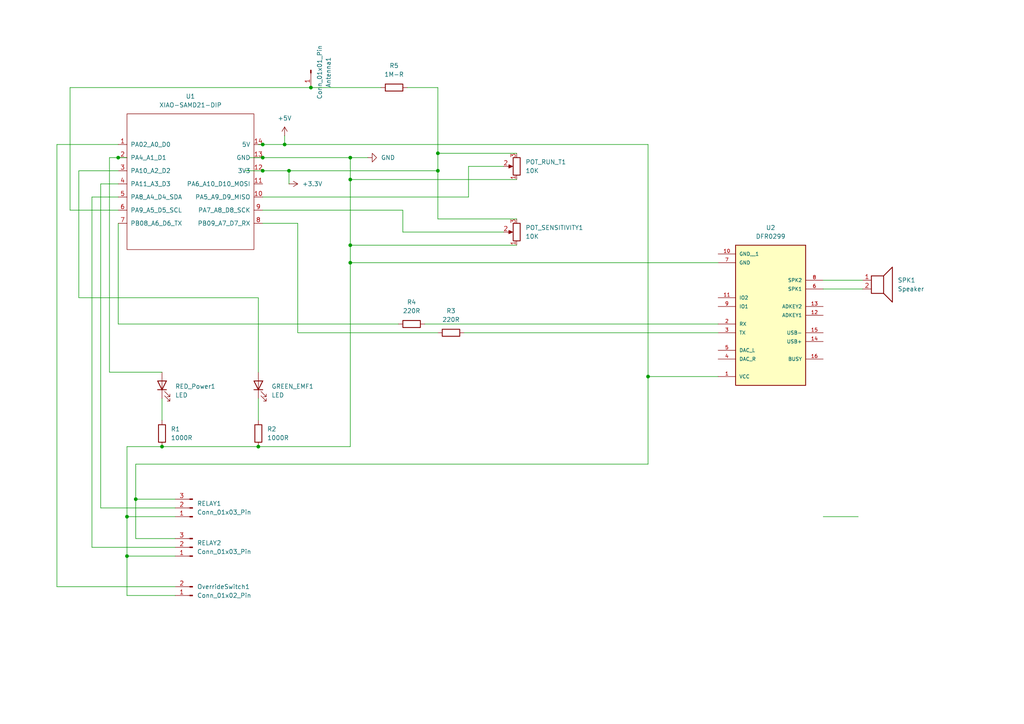
<source format=kicad_sch>
(kicad_sch (version 20250114) (generator "eeschema") (generator_version "9.0")
  (paper "A4")
  (title_block (rev "V2"))
  (lib_symbols
    (symbol "Connector:Conn_01x01_Pin" (pin_names (offset 1.016) (hide yes))
      (property "Reference" "J" (at 0 2.54 0))
      (property "Value" "Conn_01x01_Pin" (at 0 -2.54 0))
      (symbol "Conn_01x01_Pin_1_1"
        (rectangle (start 0.8636 0.127) (end 0 -0.127) (stroke (width 0.1524)) (fill (type outline)))
        (polyline (pts (xy 1.27 0) (xy 0.8636 0)) (stroke (width 0.1524)))
        (pin passive line (at 5.08 0 180) (length 3.81) (name "Pin_1") (number "1"))
      )
    )
    (symbol "Connector:Conn_01x02_Pin" (pin_names (offset 1.016) (hide yes))
      (property "Reference" "J" (at 0 2.54 0))
      (property "Value" "Conn_01x02_Pin" (at 0 -5.08 0))
      (symbol "Conn_01x02_Pin_1_1"
        (rectangle (start 0.8636 0.127) (end 0 -0.127) (stroke (width 0.1524)) (fill (type outline)))
        (rectangle (start 0.8636 -2.413) (end 0 -2.667) (stroke (width 0.1524)) (fill (type outline)))
        (polyline (pts (xy 1.27 0) (xy 0.8636 0)) (stroke (width 0.1524)))
        (polyline (pts (xy 1.27 -2.54) (xy 0.8636 -2.54)) (stroke (width 0.1524)))
        (pin passive line (at 5.08 0 180) (length 3.81) (name "Pin_1") (number "1"))
        (pin passive line (at 5.08 -2.54 180) (length 3.81) (name "Pin_2") (number "2"))
      )
    )
    (symbol "Connector:Conn_01x03_Pin" (pin_names (offset 1.016) (hide yes))
      (property "Reference" "J" (at 0 5.08 0))
      (property "Value" "Conn_01x03_Pin" (at 0 -5.08 0))
      (symbol "Conn_01x03_Pin_1_1"
        (rectangle (start 0.8636 2.667) (end 0 2.413) (stroke (width 0.1524)) (fill (type outline)))
        (rectangle (start 0.8636 0.127) (end 0 -0.127) (stroke (width 0.1524)) (fill (type outline)))
        (rectangle (start 0.8636 -2.413) (end 0 -2.667) (stroke (width 0.1524)) (fill (type outline)))
        (polyline (pts (xy 1.27 2.54) (xy 0.8636 2.54)) (stroke (width 0.1524)))
        (polyline (pts (xy 1.27 0) (xy 0.8636 0)) (stroke (width 0.1524)))
        (polyline (pts (xy 1.27 -2.54) (xy 0.8636 -2.54)) (stroke (width 0.1524)))
        (pin passive line (at 5.08 2.54 180) (length 3.81) (name "Pin_1") (number "1"))
        (pin passive line (at 5.08 0 180) (length 3.81) (name "Pin_2") (number "2"))
        (pin passive line (at 5.08 -2.54 180) (length 3.81) (name "Pin_3") (number "3"))
      )
    )
    (symbol "DFR0299:DFR0299" (pin_names (offset 1.016))
      (property "Reference" "U" (at -10.16 18.542 0))
      (property "Value" "DFR0299" (at -10.16 -25.4 0))
      (symbol "DFR0299_0_0"
        (rectangle (start -10.16 -22.86) (end 10.16 17.78) (stroke (width 0.254)) (fill (type background)))
        (pin input line (at -15.24 10.16 0) (length 5.08) (name "BUSY") (number "16"))
        (pin input line (at -15.24 5.08 0) (length 5.08) (name "USB+") (number "14"))
        (pin input line (at -15.24 2.54 0) (length 5.08) (name "USB-") (number "15"))
        (pin input line (at -15.24 -2.54 0) (length 5.08) (name "ADKEY1") (number "12"))
        (pin input line (at -15.24 -5.08 0) (length 5.08) (name "ADKEY2") (number "13"))
        (pin passive line (at -15.24 -10.16 0) (length 5.08) (name "SPK1") (number "6"))
        (pin passive line (at -15.24 -12.7 0) (length 5.08) (name "SPK2") (number "8"))
        (pin power_in line (at 15.24 15.24 180) (length 5.08) (name "VCC") (number "1"))
        (pin output line (at 15.24 10.16 180) (length 5.08) (name "DAC_R") (number "4"))
        (pin output line (at 15.24 7.62 180) (length 5.08) (name "DAC_L") (number "5"))
        (pin output line (at 15.24 2.54 180) (length 5.08) (name "TX") (number "3"))
        (pin input line (at 15.24 0 180) (length 5.08) (name "RX") (number "2"))
        (pin bidirectional line (at 15.24 -5.08 180) (length 5.08) (name "IO1") (number "9"))
        (pin bidirectional line (at 15.24 -7.62 180) (length 5.08) (name "IO2") (number "11"))
        (pin power_in line (at 15.24 -17.78 180) (length 5.08) (name "GND") (number "7"))
        (pin power_in line (at 15.24 -20.32 180) (length 5.08) (name "GND__1") (number "10"))
      )
    )
    (symbol "Device:LED" (pin_numbers (hide yes)) (pin_names (offset 1.016) (hide yes))
      (property "Reference" "D" (at 0 2.54 0))
      (property "Value" "LED" (at 0 -2.54 0))
      (symbol "LED_0_1"
        (polyline (pts (xy -3.048 -0.762) (xy -4.572 -2.286) (xy -3.81 -2.286) (xy -4.572 -2.286) (xy -4.572 -1.524)))
        (polyline (pts (xy -1.778 -0.762) (xy -3.302 -2.286) (xy -2.54 -2.286) (xy -3.302 -2.286) (xy -3.302 -1.524)))
        (polyline (pts (xy -1.27 0) (xy 1.27 0)))
        (polyline (pts (xy -1.27 -1.27) (xy -1.27 1.27)) (stroke (width 0.254)))
        (polyline (pts (xy 1.27 -1.27) (xy 1.27 1.27) (xy -1.27 0) (xy 1.27 -1.27)) (stroke (width 0.254)))
      )
      (symbol "LED_1_1"
        (pin passive line (at -3.81 0 0) (length 2.54) (name "K") (number "1"))
        (pin passive line (at 3.81 0 180) (length 2.54) (name "A") (number "2"))
      )
    )
    (symbol "Device:R" (pin_numbers (hide yes)) (pin_names (offset 0))
      (property "Reference" "R" (at 2.032 0 90))
      (property "Value" "R" (at 0 0 90))
      (symbol "R_0_1"
        (rectangle (start -1.016 -2.54) (end 1.016 2.54) (stroke (width 0.254)))
      )
      (symbol "R_1_1"
        (pin passive line (at 0 3.81 270) (length 1.27) (name "~") (number "1"))
        (pin passive line (at 0 -3.81 90) (length 1.27) (name "~") (number "2"))
      )
    )
    (symbol "Device:R_Potentiometer" (pin_names (offset 1.016) (hide yes))
      (property "Reference" "RV" (at -4.445 0 90))
      (property "Value" "R_Potentiometer" (at -2.54 0 90))
      (symbol "R_Potentiometer_0_1"
        (rectangle (start 1.016 2.54) (end -1.016 -2.54) (stroke (width 0.254)))
        (polyline (pts (xy 1.143 0) (xy 2.286 0.508) (xy 2.286 -0.508) (xy 1.143 0)) (fill (type outline)))
        (polyline (pts (xy 2.54 0) (xy 1.524 0)))
      )
      (symbol "R_Potentiometer_1_1"
        (pin passive line (at 0 3.81 270) (length 1.27) (name "1") (number "1"))
        (pin passive line (at 0 -3.81 90) (length 1.27) (name "3") (number "3"))
        (pin passive line (at 3.81 0 180) (length 1.27) (name "2") (number "2"))
      )
    )
    (symbol "Device:Speaker" (pin_names (offset 0) (hide yes))
      (property "Reference" "LS" (at 1.27 5.715 0))
      (property "Value" "Speaker" (at 1.27 3.81 0))
      (symbol "Speaker_0_0"
        (rectangle (start -2.54 1.27) (end 1.016 -3.81) (stroke (width 0.254)))
        (polyline (pts (xy 1.016 1.27) (xy 3.556 3.81) (xy 3.556 -6.35) (xy 1.016 -3.81)) (stroke (width 0.254)))
      )
      (symbol "Speaker_1_1"
        (pin input line (at -5.08 0 0) (length 2.54) (name "1") (number "1"))
        (pin input line (at -5.08 -2.54 0) (length 2.54) (name "2") (number "2"))
      )
    )
    (symbol "Seeed_Studio_XIAO_Series:XIAO-SAMD21-DIP" (pin_names (offset 1.016))
      (property "Reference" "U" (at -18.542 22.86 0))
      (property "Value" "XIAO-SAMD21-DIP" (at -10.16 21.082 0))
      (symbol "XIAO-SAMD21-DIP_0_1"
        (rectangle (start -19.05 20.32) (end 17.78 -19.05))
      )
      (symbol "XIAO-SAMD21-DIP_1_1"
        (pin passive line (at -21.59 11.43 0) (length 2.54) (name "PA02_A0_D0") (number "1"))
        (pin passive line (at -21.59 7.62 0) (length 2.54) (name "PA4_A1_D1") (number "2"))
        (pin passive line (at -21.59 3.81 0) (length 2.54) (name "PA10_A2_D2") (number "3"))
        (pin passive line (at -21.59 0 0) (length 2.54) (name "PA11_A3_D3") (number "4"))
        (pin passive line (at -21.59 -3.81 0) (length 2.54) (name "PA8_A4_D4_SDA") (number "5"))
        (pin passive line (at -21.59 -7.62 0) (length 2.54) (name "PA9_A5_D5_SCL") (number "6"))
        (pin passive line (at -21.59 -11.43 0) (length 2.54) (name "PB08_A6_D6_TX") (number "7"))
        (pin passive line (at 20.32 11.43 180) (length 2.54) (name "5V") (number "14"))
        (pin passive line (at 20.32 7.62 180) (length 2.54) (name "GND") (number "13"))
        (pin passive line (at 20.32 3.81 180) (length 2.54) (name "3V3") (number "12"))
        (pin passive line (at 20.32 0 180) (length 2.54) (name "PA6_A10_D10_MOSI") (number "11"))
        (pin passive line (at 20.32 -3.81 180) (length 2.54) (name "PA5_A9_D9_MISO") (number "10"))
        (pin passive line (at 20.32 -7.62 180) (length 2.54) (name "PA7_A8_D8_SCK") (number "9"))
        (pin passive line (at 20.32 -11.43 180) (length 2.54) (name "PB09_A7_D7_RX") (number "8"))
      )
    )
    (symbol "power:+3.3V" (power) (pin_numbers (hide yes)) (pin_names (offset 0) (hide yes))
      (property "Value" "+3.3V" (at 0 3.556 0))
      (symbol "+3.3V_0_1"
        (polyline (pts (xy -0.762 1.27) (xy 0 2.54)))
        (polyline (pts (xy 0 2.54) (xy 0.762 1.27)))
        (polyline (pts (xy 0 0) (xy 0 2.54)))
      )
      (symbol "+3.3V_1_1"
        (pin power_in line (at 0 0 90) (length 0) (name "~") (number "1"))
      )
    )
    (symbol "power:+5V" (power) (pin_numbers (hide yes)) (pin_names (offset 0) (hide yes))
      (property "Value" "+5V" (at 0 3.556 0))
      (symbol "+5V_0_1"
        (polyline (pts (xy -0.762 1.27) (xy 0 2.54)))
        (polyline (pts (xy 0 2.54) (xy 0.762 1.27)))
        (polyline (pts (xy 0 0) (xy 0 2.54)))
      )
      (symbol "+5V_1_1"
        (pin power_in line (at 0 0 90) (length 0) (name "~") (number "1"))
      )
    )
    (symbol "power:GND" (power) (pin_numbers (hide yes)) (pin_names (offset 0) (hide yes))
      (property "Value" "GND" (at 0 -3.81 0))
      (symbol "GND_0_1"
        (polyline (pts (xy 0 0) (xy 0 -1.27) (xy 1.27 -1.27) (xy 0 -2.54) (xy -1.27 -1.27) (xy 0 -1.27)))
      )
      (symbol "GND_1_1"
        (pin power_in line (at 0 0 270) (length 0) (name "~") (number "1"))
      )
    )
  )
  (junction (at 36.83 149.86))
  (junction (at 101.6 45.72))
  (junction (at 76.2 45.72))
  (junction (at 82.55 41.91))
  (junction (at 101.6 71.12))
  (junction (at 34.29 45.72))
  (junction (at 127 44.45))
  (junction (at 39.37 144.78))
  (junction (at 127 49.53))
  (junction (at 90.17 25.4))
  (junction (at 101.6 52.07))
  (junction (at 74.93 129.54))
  (junction (at 83.82 49.53))
  (junction (at 76.2 41.91))
  (junction (at 187.96 109.22))
  (junction (at 46.99 129.54))
  (junction (at 101.6 76.2))
  (junction (at 36.83 161.29))
  (junction (at 76.2 49.53))
  (wire (pts (xy 39.37 134.62) (xy 39.37 144.78)))
  (wire (pts (xy 248.92 149.86) (xy 238.76 149.86)))
  (wire (pts (xy 34.29 53.34) (xy 29.21 53.34)))
  (wire (pts (xy 34.29 41.91) (xy 16.51 41.91)))
  (wire (pts (xy 86.36 64.77) (xy 86.36 96.52)))
  (wire (pts (xy 101.6 71.12) (xy 149.86 71.12)))
  (wire (pts (xy 238.76 81.28) (xy 250.19 81.28)))
  (wire (pts (xy 123.19 93.98) (xy 208.28 93.98)))
  (wire (pts (xy 76.2 60.96) (xy 116.84 60.96)))
  (wire (pts (xy 135.89 48.26) (xy 146.05 48.26)))
  (wire (pts (xy 127 63.5) (xy 149.86 63.5)))
  (wire (pts (xy 46.99 129.54) (xy 74.93 129.54)))
  (wire (pts (xy 127 49.53) (xy 127 63.5)))
  (wire (pts (xy 39.37 156.21) (xy 50.8 156.21)))
  (wire (pts (xy 36.83 149.86) (xy 36.83 161.29)))
  (wire (pts (xy 101.6 76.2) (xy 208.28 76.2)))
  (wire (pts (xy 76.2 57.15) (xy 135.89 57.15)))
  (wire (pts (xy 127 44.45) (xy 149.86 44.45)))
  (wire (pts (xy 29.21 147.32) (xy 50.8 147.32)))
  (wire (pts (xy 83.82 49.53) (xy 127 49.53)))
  (wire (pts (xy 16.51 41.91) (xy 16.51 170.18)))
  (wire (pts (xy 36.83 161.29) (xy 50.8 161.29)))
  (wire (pts (xy 34.29 49.53) (xy 22.86 49.53)))
  (wire (pts (xy 34.29 93.98) (xy 115.57 93.98)))
  (wire (pts (xy 83.82 49.53) (xy 83.82 53.34)))
  (wire (pts (xy 34.29 60.96) (xy 20.32 60.96)))
  (wire (pts (xy 34.29 64.77) (xy 34.29 93.98)))
  (wire (pts (xy 76.2 64.77) (xy 86.36 64.77)))
  (wire (pts (xy 101.6 52.07) (xy 149.86 52.07)))
  (wire (pts (xy 36.83 129.54) (xy 36.83 149.86)))
  (wire (pts (xy 101.6 76.2) (xy 101.6 129.54)))
  (wire (pts (xy 127 25.4) (xy 118.11 25.4)))
  (wire (pts (xy 34.29 57.15) (xy 26.67 57.15)))
  (wire (pts (xy 135.89 57.15) (xy 135.89 48.26)))
  (wire (pts (xy 101.6 52.07) (xy 101.6 71.12)))
  (wire (pts (xy 74.93 86.36) (xy 74.93 107.95)))
  (wire (pts (xy 31.75 45.72) (xy 31.75 107.95)))
  (wire (pts (xy 82.55 41.91) (xy 187.96 41.91)))
  (wire (pts (xy 90.17 25.4) (xy 110.49 25.4)))
  (wire (pts (xy 46.99 115.57) (xy 46.99 121.92)))
  (wire (pts (xy 101.6 129.54) (xy 74.93 129.54)))
  (wire (pts (xy 187.96 109.22) (xy 208.28 109.22)))
  (wire (pts (xy 31.75 107.95) (xy 46.99 107.95)))
  (wire (pts (xy 29.21 53.34) (xy 29.21 147.32)))
  (wire (pts (xy 22.86 49.53) (xy 22.86 86.36)))
  (wire (pts (xy 116.84 60.96) (xy 116.84 67.31)))
  (wire (pts (xy 86.36 96.52) (xy 127 96.52)))
  (wire (pts (xy 39.37 144.78) (xy 39.37 156.21)))
  (wire (pts (xy 127 44.45) (xy 127 49.53)))
  (wire (pts (xy 76.2 45.72) (xy 101.6 45.72)))
  (wire (pts (xy 187.96 109.22) (xy 187.96 134.62)))
  (wire (pts (xy 20.32 25.4) (xy 90.17 25.4)))
  (wire (pts (xy 20.32 60.96) (xy 20.32 25.4)))
  (wire (pts (xy 26.67 158.75) (xy 50.8 158.75)))
  (wire (pts (xy 187.96 41.91) (xy 187.96 109.22)))
  (wire (pts (xy 22.86 86.36) (xy 74.93 86.36)))
  (wire (pts (xy 46.99 129.54) (xy 36.83 129.54)))
  (wire (pts (xy 134.62 96.52) (xy 208.28 96.52)))
  (wire (pts (xy 26.67 57.15) (xy 26.67 158.75)))
  (wire (pts (xy 116.84 67.31) (xy 146.05 67.31)))
  (wire (pts (xy 76.2 41.91) (xy 82.55 41.91)))
  (wire (pts (xy 34.29 45.72) (xy 31.75 45.72)))
  (wire (pts (xy 238.76 83.82) (xy 250.19 83.82)))
  (wire (pts (xy 36.83 172.72) (xy 50.8 172.72)))
  (wire (pts (xy 36.83 161.29) (xy 36.83 172.72)))
  (wire (pts (xy 72.39 45.72) (xy 76.2 45.72)))
  (wire (pts (xy 39.37 144.78) (xy 50.8 144.78)))
  (wire (pts (xy 127 44.45) (xy 127 25.4)))
  (wire (pts (xy 74.93 115.57) (xy 74.93 121.92)))
  (wire (pts (xy 101.6 71.12) (xy 101.6 76.2)))
  (wire (pts (xy 36.83 45.72) (xy 34.29 45.72)))
  (wire (pts (xy 101.6 45.72) (xy 101.6 52.07)))
  (wire (pts (xy 76.2 49.53) (xy 83.82 49.53)))
  (wire (pts (xy 101.6 45.72) (xy 106.68 45.72)))
  (wire (pts (xy 74.93 41.91) (xy 76.2 41.91)))
  (wire (pts (xy 82.55 39.37) (xy 82.55 41.91)))
  (wire (pts (xy 16.51 170.18) (xy 50.8 170.18)))
  (wire (pts (xy 36.83 149.86) (xy 50.8 149.86)))
  (wire (pts (xy 187.96 134.62) (xy 39.37 134.62)))
  (wire (pts (xy 71.12 49.53) (xy 76.2 49.53)))
  (symbol (lib_id "Device:R_Potentiometer") (at 149.86 48.26 180) (unit 1)
    (property "Reference" "POT_RUN_T1" (at 152.4 46.9899 0) (effects (justify right)))
    (property "Value" "10K" (at 152.4 49.5299 0) (effects (justify right)))
    (property "Footprint" "Potentiometer_THT:JG-3Pin-Pot-11mmOuterPins" (effects (hide yes)))
    (property "Description" "Potentiometer" (effects (hide yes)))
  )
  (symbol (lib_id "power:+5V") (at 82.55 39.37 0) (unit 1)
    (property "Reference" "#PWR02" (effects (hide yes)))
    (property "Value" "+5V" (at 82.55 34.29 0))
    (property "Description" "Power symbol creates a global label with name \"+5V\"" (effects (hide yes)))
  )
  (symbol (lib_id "Device:R") (at 114.3 25.4 90) (unit 1)
    (property "Reference" "R5" (at 114.3 19.05 90))
    (property "Value" "1M-R" (at 114.3 21.59 90))
    (property "Footprint" "Resistor_THT:R_Axial_DIN0207_L6.3mm_D2.5mm_P10.16mm_Horizontal" (effects (hide yes)))
    (property "Description" "Resistor" (effects (hide yes)))
  )
  (symbol (lib_id "power:GND") (at 106.68 45.72 90) (unit 1)
    (property "Reference" "#PWR01" (effects (hide yes)))
    (property "Value" "GND" (at 110.49 45.7199 90) (effects (justify right)))
    (property "Description" "Power symbol creates a global label with name \"GND\" , ground" (effects (hide yes)))
  )
  (symbol (lib_id "Device:R") (at 74.93 125.73 0) (unit 1)
    (property "Reference" "R2" (at 77.47 124.4599 0) (effects (justify left)))
    (property "Value" "1000R" (at 77.47 126.9999 0) (effects (justify left)))
    (property "Footprint" "Resistor_THT:R_Axial_DIN0207_L6.3mm_D2.5mm_P10.16mm_Horizontal" (effects (hide yes)))
    (property "Description" "Resistor" (effects (hide yes)))
  )
  (symbol (lib_id "Connector:Conn_01x02_Pin") (at 55.88 172.72 180) (unit 1)
    (property "Reference" "OverrideSwitch1" (at 57.15 170.1799 0) (effects (justify right)))
    (property "Value" "Conn_01x02_Pin" (at 57.15 172.7199 0) (effects (justify right)))
    (property "Footprint" "Connector_PinHeader_2.54mm:PinHeader_1x02_P2.54mm_Vertical" (effects (hide yes)))
    (property "Description" "Generic connector, single row, 01x02, script generated" (effects (hide yes)))
  )
  (symbol (lib_id "Device:Speaker") (at 255.27 81.28 0) (unit 1)
    (property "Reference" "SPK1" (at 260.35 81.2799 0) (effects (justify left)))
    (property "Value" "Speaker" (at 260.35 83.8199 0) (effects (justify left)))
    (property "Footprint" "Connector_PinHeader_2.54mm:PinHeader_1x02_P2.54mm_Vertical" (effects (hide yes)))
    (property "Description" "Speaker" (effects (hide yes)))
  )
  (symbol (lib_id "Device:R") (at 119.38 93.98 90) (unit 1)
    (property "Reference" "R4" (at 119.38 87.63 90))
    (property "Value" "220R" (at 119.38 90.17 90))
    (property "Footprint" "Resistor_THT:R_Axial_DIN0207_L6.3mm_D2.5mm_P10.16mm_Horizontal" (effects (hide yes)))
    (property "Description" "Resistor" (effects (hide yes)))
  )
  (symbol (lib_id "power:+3.3V") (at 83.82 53.34 270) (unit 1)
    (property "Reference" "#PWR03" (effects (hide yes)))
    (property "Value" "+3.3V" (at 87.63 53.3399 90) (effects (justify left)))
    (property "Description" "Power symbol creates a global label with name \"+3.3V\"" (effects (hide yes)))
  )
  (symbol (lib_id "Device:R_Potentiometer") (at 149.86 67.31 180) (unit 1)
    (property "Reference" "POT_SENSITIVITY1" (at 152.4 66.0399 0) (effects (justify right)))
    (property "Value" "10K" (at 152.4 68.5799 0) (effects (justify right)))
    (property "Footprint" "Potentiometer_THT:JG-3Pin-Pot-11mmOuterPins" (effects (hide yes)))
    (property "Description" "Potentiometer" (effects (hide yes)))
  )
  (symbol (lib_id "Device:R") (at 130.81 96.52 90) (unit 1)
    (property "Reference" "R3" (at 130.81 90.17 90))
    (property "Value" "220R" (at 130.81 92.71 90))
    (property "Footprint" "Resistor_THT:R_Axial_DIN0207_L6.3mm_D2.5mm_P10.16mm_Horizontal" (effects (hide yes)))
    (property "Description" "Resistor" (effects (hide yes)))
  )
  (symbol (lib_id "DFR0299:DFR0299") (at 223.52 93.98 180) (unit 1)
    (property "Reference" "U2" (at 223.52 66.04 0))
    (property "Value" "DFR0299" (at 223.52 68.58 0))
    (property "Footprint" "DFR0299:MODULE_DFR0299" (effects (hide yes)))
    (property "MF" "DFRobot" (effects (hide yes)))
    (property "DESCRIPTION" "Dfplayer - a Mini Mp3 Player" (effects (hide yes)))
    (property "PACKAGE" "None" (effects (hide yes)))
    (property "PRICE" "None" (effects (hide yes)))
    (property "MP" "DFR0299" (effects (hide yes)))
    (property "AVAILABILITY" "Unavailable" (effects (hide yes)))
  )
  (symbol (lib_id "Seeed_Studio_XIAO_Series:XIAO-SAMD21-DIP") (at 55.88 53.34 0) (unit 1)
    (property "Reference" "U1" (at 55.245 27.94 0))
    (property "Value" "XIAO-SAMD21-DIP" (at 55.245 30.48 0))
    (property "Footprint" "Seeed Studio XIAO Series Library:XIAO-SAMD21-DIP" (effects (hide yes)))
  )
  (symbol (lib_id "Device:LED") (at 46.99 111.76 90) (unit 1)
    (property "Reference" "RED_Power1" (at 50.8 112.0774 90) (effects (justify right)))
    (property "Value" "LED" (at 50.8 114.6174 90) (effects (justify right)))
    (property "Footprint" "LED_THT:LED_D5.0mm" (effects (hide yes)))
    (property "Description" "Light emitting diode" (effects (hide yes)))
  )
  (symbol (lib_id "Device:LED") (at 74.93 111.76 90) (unit 1)
    (property "Reference" "GREEN_EMF1" (at 78.74 112.0774 90) (effects (justify right)))
    (property "Value" "LED" (at 78.74 114.6174 90) (effects (justify right)))
    (property "Footprint" "LED_THT:LED_D5.0mm" (effects (hide yes)))
    (property "Description" "Light emitting diode" (effects (hide yes)))
  )
  (symbol (lib_id "Connector:Conn_01x01_Pin") (at 90.17 20.32 270) (unit 1)
    (property "Reference" "Antenna1" (at 95.25 20.955 0))
    (property "Value" "Conn_01x01_Pin" (at 92.71 20.955 0))
    (property "Footprint" "Connector_PinHeader_2.54mm:PinHeader_1x01_P2.54mm_Vertical" (effects (hide yes)))
    (property "Description" "Generic connector, single row, 01x01, script generated" (effects (hide yes)))
  )
  (symbol (lib_id "Device:R") (at 46.99 125.73 0) (unit 1)
    (property "Reference" "R1" (at 49.53 124.4599 0) (effects (justify left)))
    (property "Value" "1000R" (at 49.53 126.9999 0) (effects (justify left)))
    (property "Footprint" "Resistor_THT:R_Axial_DIN0207_L6.3mm_D2.5mm_P10.16mm_Horizontal" (effects (hide yes)))
    (property "Description" "Resistor" (effects (hide yes)))
  )
  (symbol (lib_id "Connector:Conn_01x03_Pin") (at 55.88 158.75 180) (unit 1)
    (property "Reference" "RELAY2" (at 57.15 157.4799 0) (effects (justify right)))
    (property "Value" "Conn_01x03_Pin" (at 57.15 160.0199 0) (effects (justify right)))
    (property "Footprint" "Connector_PinHeader_2.54mm:PinHeader_1x03_P2.54mm_Vertical" (effects (hide yes)))
    (property "Description" "Generic connector, single row, 01x03, script generated" (effects (hide yes)))
  )
  (symbol (lib_id "Connector:Conn_01x03_Pin") (at 55.88 147.32 180) (unit 1)
    (property "Reference" "RELAY1" (at 57.15 146.0499 0) (effects (justify right)))
    (property "Value" "Conn_01x03_Pin" (at 57.15 148.5899 0) (effects (justify right)))
    (property "Footprint" "Connector_PinHeader_2.54mm:PinHeader_1x03_P2.54mm_Vertical" (effects (hide yes)))
    (property "Description" "Generic connector, single row, 01x03, script generated" (effects (hide yes)))
  )
)
</source>
